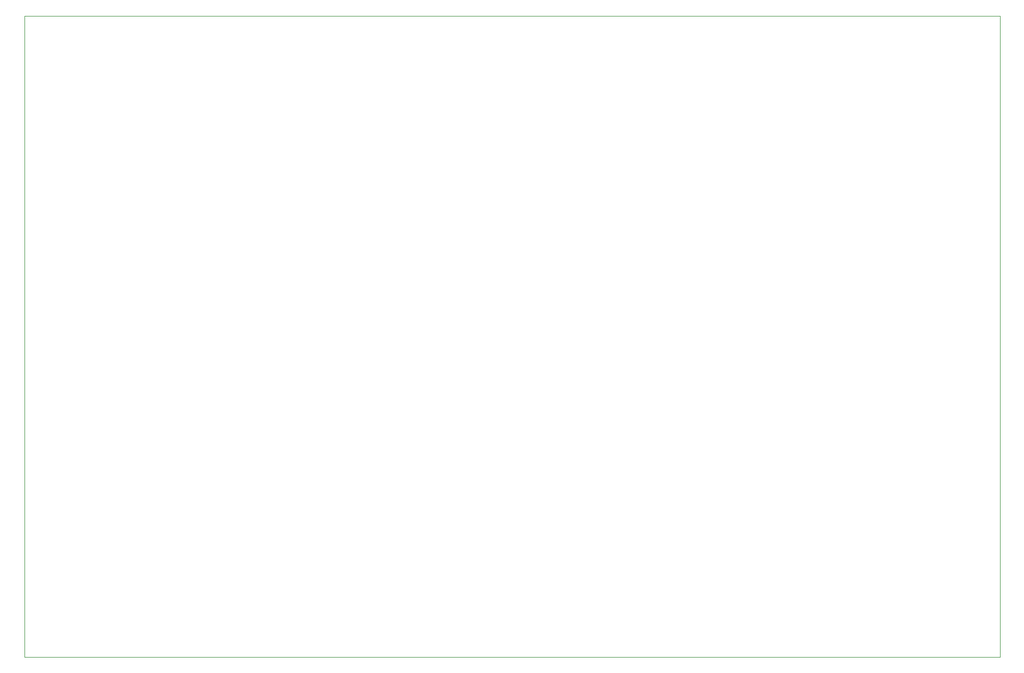
<source format=gbr>
%TF.GenerationSoftware,Altium Limited,Altium Designer,22.2.1 (43)*%
G04 Layer_Color=0*
%FSLAX44Y44*%
%MOMM*%
%TF.SameCoordinates,040CE2E0-B857-4D47-B26F-9B72162B56B4*%
%TF.FilePolarity,Positive*%
%TF.FileFunction,Profile,NP*%
%TF.Part,Single*%
G01*
G75*
%TA.AperFunction,Profile*%
%ADD187C,0.0254*%
D187*
X242570Y250190D02*
Y1270190D01*
X1792570D01*
Y250190D01*
X242570D01*
%TF.MD5,a811ebea6602bd83eca595cff077ccd9*%
M02*

</source>
